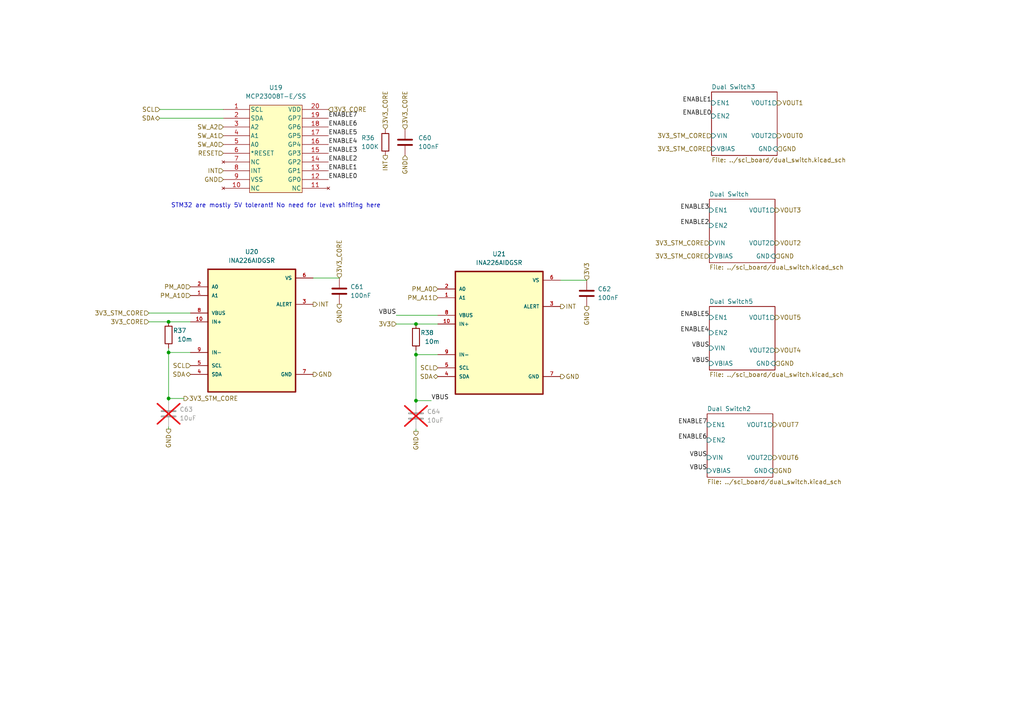
<source format=kicad_sch>
(kicad_sch (version 20250114) (generator "eeschema") (generator_version "9.0")
  (paper "A4")
  (lib_symbols
    (symbol "Common:INA226AIDGSR" (pin_names (offset 1.016))
      (property "Reference" "U" (at -12.7 18.78 0))
      (property "Value" "INA226AIDGSR" (at -12.7 -21.78 0))
      (symbol "INA226AIDGSR_0_0"
        (rectangle (start -12.7 17.78) (end 12.7 -17.78) (stroke (width 0.41)) (fill (type background)))
        (pin input line (at -17.78 12.7 0) (length 5.08) (name "A0") (number "2"))
        (pin input line (at -17.78 10.16 0) (length 5.08) (name "A1") (number "1"))
        (pin power_in line (at -17.78 5.08 0) (length 5.08) (name "VBUS") (number "8"))
        (pin input line (at -17.78 -10.16 0) (length 5.08) (name "SCL") (number "5"))
        (pin bidirectional line (at -17.78 -12.7 0) (length 5.08) (name "SDA") (number "4"))
        (pin power_in line (at 17.78 15.24 180) (length 5.08) (name "VS") (number "6"))
        (pin power_in line (at 17.78 -12.7 180) (length 5.08) (name "GND") (number "7"))
      )
      (symbol "INA226AIDGSR_1_0"
        (pin power_in line (at -17.78 2.54 0) (length 5.08) (name "IN+") (number "10"))
        (pin power_out line (at -17.78 -6.35 0) (length 5.08) (name "IN-") (number "9"))
        (pin passive line (at 17.78 7.62 180) (length 5.08) (name "ALERT") (number "3"))
      )
    )
    (symbol "Common:MCP23008T-E_SS" (pin_names (offset 0.254))
      (property "Reference" "U" (at 22.86 10.16 0))
      (property "Value" "MCP23008T-E/SS" (at 22.86 7.62 0))
      (symbol "MCP23008T-E_SS_1_1"
        (rectangle (start 15.24 1.27) (end 30.48 -24.13) (fill (type background)))
        (pin bidirectional line (at 7.62 0 0) (length 7.62) (name "SCL") (number "1"))
        (pin bidirectional line (at 7.62 -2.54 0) (length 7.62) (name "SDA") (number "2"))
        (pin input line (at 7.62 -5.08 0) (length 7.62) (name "A2") (number "3"))
        (pin input line (at 7.62 -7.62 0) (length 7.62) (name "A1") (number "4"))
        (pin input line (at 7.62 -10.16 0) (length 7.62) (name "A0") (number "5"))
        (pin input line (at 7.62 -12.7 0) (length 7.62) (name "*RESET") (number "6"))
        (pin no_connect line (at 7.62 -15.24 0) (length 7.62) (name "NC") (number "7"))
        (pin output line (at 7.62 -17.78 0) (length 7.62) (name "INT") (number "8"))
        (pin power_in line (at 7.62 -20.32 0) (length 7.62) (name "VSS") (number "9"))
        (pin no_connect line (at 7.62 -22.86 0) (length 7.62) (name "NC") (number "10"))
        (pin power_in line (at 38.1 0 180) (length 7.62) (name "VDD") (number "20"))
        (pin bidirectional line (at 38.1 -2.54 180) (length 7.62) (name "GP7") (number "19"))
        (pin bidirectional line (at 38.1 -5.08 180) (length 7.62) (name "GP6") (number "18"))
        (pin bidirectional line (at 38.1 -7.62 180) (length 7.62) (name "GP5") (number "17"))
        (pin bidirectional line (at 38.1 -10.16 180) (length 7.62) (name "GP4") (number "16"))
        (pin bidirectional line (at 38.1 -12.7 180) (length 7.62) (name "GP3") (number "15"))
        (pin bidirectional line (at 38.1 -15.24 180) (length 7.62) (name "GP2") (number "14"))
        (pin bidirectional line (at 38.1 -17.78 180) (length 7.62) (name "GP1") (number "13"))
        (pin bidirectional line (at 38.1 -20.32 180) (length 7.62) (name "GP0") (number "12"))
        (pin no_connect line (at 38.1 -22.86 180) (length 7.62) (name "NC") (number "11"))
      )
    )
    (symbol "Device:C" (pin_numbers (hide yes)) (pin_names (offset 0.254))
      (property "Reference" "C" (at 0.635 2.54 0))
      (property "Value" "C" (at 0.635 -2.54 0))
      (symbol "C_0_1"
        (polyline (pts (xy -2.032 0.762) (xy 2.032 0.762)) (stroke (width 0.508)))
        (polyline (pts (xy -2.032 -0.762) (xy 2.032 -0.762)) (stroke (width 0.508)))
      )
      (symbol "C_1_1"
        (pin passive line (at 0 3.81 270) (length 2.794) (name "~") (number "1"))
        (pin passive line (at 0 -3.81 90) (length 2.794) (name "~") (number "2"))
      )
    )
    (symbol "Device:R" (pin_numbers (hide yes)) (pin_names (offset 0))
      (property "Reference" "R" (at 2.032 0 90))
      (property "Value" "R" (at 0 0 90))
      (symbol "R_0_1"
        (rectangle (start -1.016 -2.54) (end 1.016 2.54) (stroke (width 0.254)))
      )
      (symbol "R_1_1"
        (pin passive line (at 0 3.81 270) (length 1.27) (name "~") (number "1"))
        (pin passive line (at 0 -3.81 90) (length 1.27) (name "~") (number "2"))
      )
    )
  )
  (text "STM32 are mostly 5V tolerant! No need for level shifting here" (at 80.01 59.69 0) (effects (font (size 1.27 1.27))))
  (junction (at 120.65 102.87))
  (junction (at 120.65 116.205))
  (junction (at 48.895 93.345))
  (junction (at 120.65 93.98))
  (junction (at 48.895 102.235))
  (junction (at 48.895 115.57))
  (wire (pts (xy 120.65 102.87) (xy 127 102.87)))
  (wire (pts (xy 48.895 102.235) (xy 55.245 102.235)))
  (wire (pts (xy 114.935 91.44) (xy 127 91.44)))
  (wire (pts (xy 120.65 102.87) (xy 120.65 116.205)))
  (wire (pts (xy 120.65 93.98) (xy 127 93.98)))
  (wire (pts (xy 48.895 100.965) (xy 48.895 102.235)))
  (wire (pts (xy 98.425 80.645) (xy 90.805 80.645)))
  (wire (pts (xy 120.65 124.46) (xy 120.65 125.095)))
  (wire (pts (xy 114.935 93.98) (xy 120.65 93.98)))
  (wire (pts (xy 46.355 31.75) (xy 64.77 31.75)))
  (wire (pts (xy 48.895 115.57) (xy 53.34 115.57)))
  (wire (pts (xy 170.18 81.28) (xy 162.56 81.28)))
  (wire (pts (xy 48.895 123.825) (xy 48.895 124.46)))
  (wire (pts (xy 43.18 93.345) (xy 48.895 93.345)))
  (wire (pts (xy 120.65 116.205) (xy 120.65 116.84)))
  (wire (pts (xy 48.895 93.345) (xy 55.245 93.345)))
  (wire (pts (xy 43.18 90.805) (xy 55.245 90.805)))
  (wire (pts (xy 46.355 34.29) (xy 64.77 34.29)))
  (wire (pts (xy 48.895 115.57) (xy 48.895 116.205)))
  (wire (pts (xy 120.65 101.6) (xy 120.65 102.87)))
  (wire (pts (xy 120.65 116.205) (xy 125.095 116.205)))
  (wire (pts (xy 48.895 102.235) (xy 48.895 115.57)))
  (label "ENABLE2" (at 95.25 46.99 0))
  (label "ENABLE0" (at 206.375 33.655 180))
  (label "ENABLE3" (at 205.74 60.96 180))
  (label "ENABLE7" (at 95.25 34.29 0))
  (label "ENABLE4" (at 95.25 41.91 0))
  (label "VBUS" (at 205.74 105.41 180))
  (label "ENABLE5" (at 205.74 92.075 180))
  (label "ENABLE6" (at 95.25 36.83 0))
  (label "ENABLE1" (at 206.375 29.845 180))
  (label "ENABLE5" (at 95.25 39.37 0))
  (label "VBUS" (at 205.105 136.525 180))
  (label "VBUS" (at 205.105 132.715 180))
  (label "ENABLE1" (at 95.25 49.53 0))
  (label "ENABLE3" (at 95.25 44.45 0))
  (label "ENABLE7" (at 205.105 123.19 180))
  (label "VBUS" (at 205.74 100.965 180))
  (label "VBUS" (at 114.935 91.44 180))
  (label "ENABLE4" (at 205.74 96.52 180))
  (label "ENABLE6" (at 205.105 127.635 180))
  (label "ENABLE2" (at 205.74 65.405 180))
  (label "ENABLE0" (at 95.25 52.07 0))
  (label "VBUS" (at 125.095 116.205 0))
  (hierarchical_label "GND" (shape input) (at 225.425 43.18 0))
  (hierarchical_label "INT" (shape output) (at 162.56 88.9 0))
  (hierarchical_label "RESET" (shape input) (at 64.77 44.45 180))
  (hierarchical_label "GND" (shape input) (at 224.79 105.41 0))
  (hierarchical_label "SW_A1" (shape input) (at 64.77 39.37 180))
  (hierarchical_label "SCL" (shape input) (at 55.245 106.045 180))
  (hierarchical_label "3V3_CORE" (shape input) (at 111.76 37.465 90))
  (hierarchical_label "VOUT1" (shape output) (at 225.425 29.845 0))
  (hierarchical_label "VOUT6" (shape output) (at 224.155 132.715 0))
  (hierarchical_label "PM_A0" (shape input) (at 127 83.82 180))
  (hierarchical_label "INT" (shape input) (at 64.77 49.53 180))
  (hierarchical_label "GND" (shape output) (at 48.895 124.46 270))
  (hierarchical_label "GND" (shape input) (at 117.475 45.085 270))
  (hierarchical_label "GND" (shape output) (at 90.805 108.585 0))
  (hierarchical_label "VOUT0" (shape output) (at 225.425 39.37 0))
  (hierarchical_label "VOUT4" (shape output) (at 224.79 101.6 0))
  (hierarchical_label "GND" (shape output) (at 170.18 88.9 270))
  (hierarchical_label "SW_A0" (shape input) (at 64.77 41.91 180))
  (hierarchical_label "SDA" (shape bidirectional) (at 55.245 108.585 180))
  (hierarchical_label "SCL" (shape input) (at 46.355 31.75 180))
  (hierarchical_label "GND" (shape output) (at 162.56 109.22 0))
  (hierarchical_label "GND" (shape output) (at 120.65 125.095 270))
  (hierarchical_label "SDA" (shape bidirectional) (at 46.355 34.29 180))
  (hierarchical_label "3V3_STM_CORE" (shape input) (at 43.18 90.805 180))
  (hierarchical_label "GND" (shape input) (at 224.155 136.525 0))
  (hierarchical_label "3V3_STM_CORE" (shape input) (at 206.375 43.18 180))
  (hierarchical_label "VOUT7" (shape output) (at 224.155 123.19 0))
  (hierarchical_label "3V3_CORE" (shape input) (at 43.18 93.345 180))
  (hierarchical_label "VOUT5" (shape output) (at 224.79 92.075 0))
  (hierarchical_label "SCL" (shape input) (at 127 106.68 180))
  (hierarchical_label "VOUT3" (shape output) (at 224.79 60.96 0))
  (hierarchical_label "3V3_STM_CORE" (shape input) (at 205.74 74.295 180))
  (hierarchical_label "VOUT2" (shape output) (at 224.79 70.485 0))
  (hierarchical_label "INT" (shape output) (at 111.76 45.085 270))
  (hierarchical_label "PM_A10" (shape input) (at 55.245 85.725 180))
  (hierarchical_label "GND" (shape input) (at 64.77 52.07 180))
  (hierarchical_label "3V3_STM_CORE" (shape input) (at 206.375 39.37 180))
  (hierarchical_label "GND" (shape input) (at 224.79 74.295 0))
  (hierarchical_label "3V3_STM_CORE" (shape output) (at 53.34 115.57 0))
  (hierarchical_label "3V3" (shape input) (at 114.935 93.98 180))
  (hierarchical_label "3V3_CORE" (shape input) (at 98.425 80.645 90))
  (hierarchical_label "INT" (shape output) (at 90.805 88.265 0))
  (hierarchical_label "3V3_STM_CORE" (shape input) (at 205.74 70.485 180))
  (hierarchical_label "3V3_CORE" (shape input) (at 117.475 37.465 90))
  (hierarchical_label "SDA" (shape bidirectional) (at 127 109.22 180))
  (hierarchical_label "3V3" (shape input) (at 170.18 81.28 90))
  (hierarchical_label "PM_A11" (shape input) (at 127 86.36 180))
  (hierarchical_label "SW_A2" (shape input) (at 64.77 36.83 180))
  (hierarchical_label "GND" (shape output) (at 98.425 88.265 270))
  (hierarchical_label "3V3_CORE" (shape input) (at 95.25 31.75 0))
  (hierarchical_label "PM_A0" (shape input) (at 55.245 83.185 180))
  (symbol (lib_id "Device:C") (at 48.895 120.015 0) (unit 1) (dnp yes)
    (property "Reference" "C63" (at 52.07 118.7449 0) (effects (justify left)))
    (property "Value" "10uF" (at 52.07 121.2849 0) (effects (justify left)))
    (property "Footprint" "Capacitor_SMD:C_0603_1608Metric_Pad1.08x0.95mm_HandSolder" (effects (hide yes)))
    (property "Datasheet" "https://search.murata.co.jp/Ceramy/image/img/A01X/G101/ENG/GRM188R61E106KA73-01.pdf" (effects (hide yes)))
    (property "Description" "Unpolarized capacitor" (effects (hide yes)))
    (property "Tolerance" "10" (effects (hide yes)))
    (property "Voltage" "25" (effects (hide yes)))
    (property "Temperture Coefficient" "X5R" (effects (hide yes)))
    (property "Manufacturer" "Murata" (effects (hide yes)))
    (property "Part Number" "GRM188R61E106KA73D" (effects (hide yes)))
    (instances (project "EPS" (path "" (reference "C63") (unit 1))) (project "sci_board" (path "" (reference "C92") (unit 1))))
  )
  (symbol (lib_id "Device:C") (at 117.475 41.275 0) (unit 1)
    (property "Reference" "C60" (at 121.285 40.0049 0) (effects (justify left)))
    (property "Value" "100nF" (at 121.285 42.5449 0) (effects (justify left)))
    (property "Footprint" "Capacitor_SMD:C_0402_1005Metric_Pad0.74x0.62mm_HandSolder" (effects (hide yes)))
    (property "Datasheet" "https://search.murata.co.jp/Ceramy/image/img/A01X/G101/ENG/GRM155R61E104KA87-01.pdf" (effects (hide yes)))
    (property "Description" "Unpolarized capacitor" (effects (hide yes)))
    (property "Voltage" "25" (effects (hide yes)))
    (property "Tolerance" "10" (effects (hide yes)))
    (property "Temperture Coefficient" "X5R" (effects (hide yes)))
    (property "Manufacturer" "Murata" (effects (hide yes)))
    (property "Part Number" "GRM155R61E104KA87D" (effects (hide yes)))
    (instances (project "EPS" (path "" (reference "C60") (unit 1))) (project "openlst-hw" (path "" (reference "C48") (unit 1))) (project "sci_board" (path "" (reference "C90") (unit 1))))
  )
  (symbol (lib_id "Device:R") (at 111.76 41.275 0) (unit 1)
    (property "Reference" "R36" (at 104.775 40.005 0) (effects (justify left)))
    (property "Value" "100K" (at 104.775 42.545 0) (effects (justify left)))
    (property "Footprint" "Resistor_SMD:R_0402_1005Metric_Pad0.72x0.64mm_HandSolder" (effects (hide yes)))
    (property "Datasheet" "https://www.yageo.com/upload/media/product/products/datasheet/rchip/PYu-RC_Group_51_RoHS_L_12.pdf" (effects (hide yes)))
    (property "Description" "Resistor" (effects (hide yes)))
    (property "Tolerance" "1" (effects (hide yes)))
    (property "Manufacturer" "YAGEO" (effects (hide yes)))
    (property "Part Number" "RC0402FR-07100KL" (effects (hide yes)))
    (instances (project "EPS" (path "" (reference "R36") (unit 1))) (project "sci_board" (path "" (reference "R55") (unit 1))))
  )
  (symbol (lib_id "Device:R") (at 120.65 97.79 0) (unit 1)
    (property "Reference" "R38" (at 121.92 96.52 0) (effects (justify left)))
    (property "Value" "10m" (at 123.19 99.06 0) (effects (justify left)))
    (property "Footprint" "Resistor_SMD:R_0805_2012Metric_Pad1.20x1.40mm_HandSolder" (effects (hide yes)))
    (property "Datasheet" "https://mm.digikey.com/Volume0/opasdata/d220001/medias/docus/5343/PE_Series_DS.pdf" (effects (hide yes)))
    (property "Description" "Resistor" (effects (hide yes)))
    (property "Tolerance" "1" (effects (hide yes)))
    (property "Manufacturer" "YAGEO" (effects (hide yes)))
    (property "Part Number" "PE0805FRE470R01Z" (effects (hide yes)))
  )
  (symbol (lib_id "Common:INA226AIDGSR") (at 73.025 95.885 0) (unit 1)
    (property "Reference" "U20" (at 73.025 73.025 0))
    (property "Value" "INA226AIDGSR" (at 73.025 75.565 0))
    (property "Footprint" "Package_SO:VSSOP-10_3x3mm_P0.5mm" (effects (hide yes)))
    (property "Datasheet" "https://www.ti.com/general/docs/suppproductinfo.tsp?distId=10&gotoUrl=https%3A%2F%2Fwww.ti.com%2Flit%2Fgpn%2Fina226" (effects (hide yes)))
    (property "Description" "I2C voltage, current, power meter" (effects (hide yes)))
    (property "Manufacturer" "TI" (effects (hide yes)))
    (property "Part Number" "INA226AIDGSR" (effects (hide yes)))
    (instances (project "EPS" (path "" (reference "U20") (unit 1))) (project "sci_board" (path "" (reference "U26") (unit 1))))
  )
  (symbol (lib_id "Device:C") (at 170.18 85.09 0) (unit 1)
    (property "Reference" "C62" (at 173.355 83.8199 0) (effects (justify left)))
    (property "Value" "100nF" (at 173.355 86.3599 0) (effects (justify left)))
    (property "Footprint" "Capacitor_SMD:C_0402_1005Metric_Pad0.74x0.62mm_HandSolder" (effects (hide yes)))
    (property "Datasheet" "https://search.murata.co.jp/Ceramy/image/img/A01X/G101/ENG/GRM155R61E104KA87-01.pdf" (effects (hide yes)))
    (property "Description" "Unpolarized capacitor" (effects (hide yes)))
    (property "Voltage" "25" (effects (hide yes)))
    (property "Tolerance" "10" (effects (hide yes)))
    (property "Temperture Coefficient" "X5R" (effects (hide yes)))
    (property "Manufacturer" "Murata" (effects (hide yes)))
    (property "Part Number" "GRM155R61E104KA87D" (effects (hide yes)))
  )
  (symbol (lib_id "Device:R") (at 48.895 97.155 0) (unit 1)
    (property "Reference" "R37" (at 50.165 95.885 0) (effects (justify left)))
    (property "Value" "10m" (at 51.435 98.425 0) (effects (justify left)))
    (property "Footprint" "Resistor_SMD:R_0805_2012Metric_Pad1.20x1.40mm_HandSolder" (effects (hide yes)))
    (property "Datasheet" "https://mm.digikey.com/Volume0/opasdata/d220001/medias/docus/5343/PE_Series_DS.pdf" (effects (hide yes)))
    (property "Description" "Resistor" (effects (hide yes)))
    (property "Tolerance" "1" (effects (hide yes)))
    (property "Manufacturer" "YAGEO" (effects (hide yes)))
    (property "Part Number" "PE0805FRE470R01Z" (effects (hide yes)))
    (instances (project "EPS" (path "" (reference "R37") (unit 1))) (project "sci_board" (path "" (reference "R56") (unit 1))))
  )
  (symbol (lib_id "Common:MCP23008T-E_SS") (at 57.15 31.75 0) (unit 1)
    (property "Reference" "U19" (at 80.01 25.4 0))
    (property "Value" "MCP23008T-E/SS" (at 80.01 27.94 0))
    (property "Footprint" "Common:SSOP-20_5.3x7.2mm_P0.65mm" (effects (hide yes)))
    (property "Datasheet" "https://ww1.microchip.com/downloads/en/DeviceDoc/MCP23008-MCP23S08-Data-Sheet-20001919F.pdf" (effects (hide yes)))
    (property "Description" "I2C GPIO expander 8x" (effects (hide yes)))
    (property "Manufacturer" "Microchip" (effects (hide yes)))
    (property "Part Number" "MCP23008T-E/SS" (effects (hide yes)))
    (instances (project "EPS" (path "" (reference "U19") (unit 1))) (project "openlst-hw" (path "" (reference "U10") (unit 1))) (project "sci_board" (path "" (reference "U25") (unit 1))))
  )
  (symbol (lib_id "Device:C") (at 120.65 120.65 0) (unit 1) (dnp yes)
    (property "Reference" "C64" (at 123.825 119.3799 0) (effects (justify left)))
    (property "Value" "10uF" (at 123.825 121.9199 0) (effects (justify left)))
    (property "Footprint" "Capacitor_SMD:C_0603_1608Metric_Pad1.08x0.95mm_HandSolder" (effects (hide yes)))
    (property "Datasheet" "https://search.murata.co.jp/Ceramy/image/img/A01X/G101/ENG/GRM188R61E106KA73-01.pdf" (effects (hide yes)))
    (property "Description" "Unpolarized capacitor" (effects (hide yes)))
    (property "Tolerance" "10" (effects (hide yes)))
    (property "Voltage" "25" (effects (hide yes)))
    (property "Temperture Coefficient" "X5R" (effects (hide yes)))
    (property "Manufacturer" "Murata" (effects (hide yes)))
    (property "Part Number" "GRM188R61E106KA73D" (effects (hide yes)))
  )
  (symbol (lib_id "Common:INA226AIDGSR") (at 144.78 96.52 0) (unit 1)
    (property "Reference" "U21" (at 144.78 73.66 0))
    (property "Value" "INA226AIDGSR" (at 144.78 76.2 0))
    (property "Footprint" "Package_SO:VSSOP-10_3x3mm_P0.5mm" (effects (hide yes)))
    (property "Datasheet" "https://www.ti.com/general/docs/suppproductinfo.tsp?distId=10&gotoUrl=https%3A%2F%2Fwww.ti.com%2Flit%2Fgpn%2Fina226" (effects (hide yes)))
    (property "Description" "I2C voltage, current, power meter" (effects (hide yes)))
    (property "Manufacturer" "TI" (effects (hide yes)))
    (property "Part Number" "INA226AIDGSR" (effects (hide yes)))
  )
  (symbol (lib_id "Device:C") (at 98.425 84.455 0) (unit 1)
    (property "Reference" "C61" (at 101.6 83.1849 0) (effects (justify left)))
    (property "Value" "100nF" (at 101.6 85.7249 0) (effects (justify left)))
    (property "Footprint" "Capacitor_SMD:C_0402_1005Metric_Pad0.74x0.62mm_HandSolder" (effects (hide yes)))
    (property "Datasheet" "https://search.murata.co.jp/Ceramy/image/img/A01X/G101/ENG/GRM155R61E104KA87-01.pdf" (effects (hide yes)))
    (property "Description" "Unpolarized capacitor" (effects (hide yes)))
    (property "Voltage" "25" (effects (hide yes)))
    (property "Tolerance" "10" (effects (hide yes)))
    (property "Temperture Coefficient" "X5R" (effects (hide yes)))
    (property "Manufacturer" "Murata" (effects (hide yes)))
    (property "Part Number" "GRM155R61E104KA87D" (effects (hide yes)))
    (instances (project "EPS" (path "" (reference "C61") (unit 1))) (project "sci_board" (path "" (reference "C91") (unit 1))))
  )
  (sheet (at 206.375 26.67) (size 19.05 18.415) (stroke (width 0.1524))
    (property "Sheetname" "Dual Switch3" (at 206.375 25.9584 0) (effects (justify left bottom)))
    (property "Sheetfile" "../sci_board/dual_switch.kicad_sch" (at 206.375 45.6696 0) (effects (justify left top)))
    (pin "GND" input (at 225.425 43.18 0))
    (pin "VBIAS" input (at 206.375 43.18 180))
    (pin "VOUT1" output (at 225.425 29.845 0))
    (pin "VOUT2" output (at 225.425 39.37 0))
    (pin "EN1" input (at 206.375 29.845 180))
    (pin "EN2" input (at 206.375 33.655 180))
    (pin "VIN" input (at 206.375 39.37 180))
  )
  (sheet (at 205.105 120.015) (size 19.05 18.415) (stroke (width 0.1524))
    (property "Sheetname" "Dual Switch2" (at 205.105 119.3034 0) (effects (justify left bottom)))
    (property "Sheetfile" "../sci_board/dual_switch.kicad_sch" (at 205.105 139.0146 0) (effects (justify left top)))
    (pin "GND" input (at 224.155 136.525 0))
    (pin "VBIAS" input (at 205.105 136.525 180))
    (pin "VOUT1" output (at 224.155 123.19 0))
    (pin "VOUT2" output (at 224.155 132.715 0))
    (pin "EN1" input (at 205.105 123.19 180))
    (pin "EN2" input (at 205.105 127.635 180))
    (pin "VIN" input (at 205.105 132.715 180))
  )
  (sheet (at 205.74 88.9) (size 19.05 18.415) (stroke (width 0.1524))
    (property "Sheetname" "Dual Switch5" (at 205.74 88.1884 0) (effects (justify left bottom)))
    (property "Sheetfile" "../sci_board/dual_switch.kicad_sch" (at 205.74 107.8996 0) (effects (justify left top)))
    (pin "GND" input (at 224.79 105.41 0))
    (pin "VBIAS" input (at 205.74 105.41 180))
    (pin "VOUT1" output (at 224.79 92.075 0))
    (pin "VOUT2" output (at 224.79 101.6 0))
    (pin "EN1" input (at 205.74 92.075 180))
    (pin "EN2" input (at 205.74 96.52 180))
    (pin "VIN" input (at 205.74 100.965 180))
  )
  (sheet (at 205.74 57.785) (size 19.05 18.415) (stroke (width 0.1524))
    (property "Sheetname" "Dual Switch" (at 205.74 57.0734 0) (effects (justify left bottom)))
    (property "Sheetfile" "../sci_board/dual_switch.kicad_sch" (at 205.74 76.7846 0) (effects (justify left top)))
    (pin "GND" input (at 224.79 74.295 0))
    (pin "VBIAS" input (at 205.74 74.295 180))
    (pin "VOUT1" output (at 224.79 60.96 0))
    (pin "VOUT2" output (at 224.79 70.485 0))
    (pin "EN1" input (at 205.74 60.96 180))
    (pin "EN2" input (at 205.74 65.405 180))
    (pin "VIN" input (at 205.74 70.485 180))
  )
)
</source>
